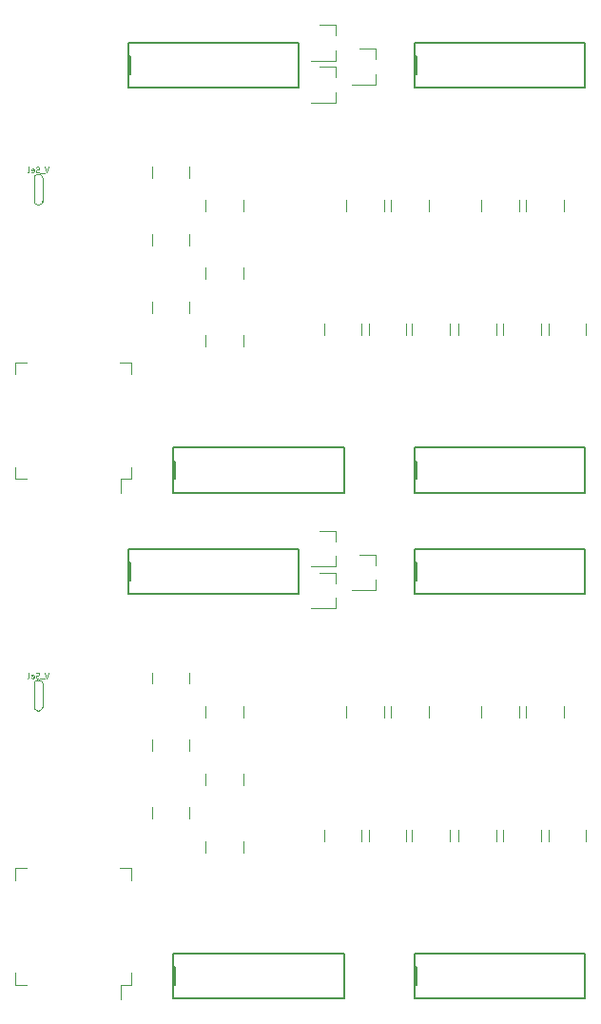
<source format=gbr>
G04 #@! TF.GenerationSoftware,KiCad,Pcbnew,(5.99.0-3349-gc9824bbd9)*
G04 #@! TF.CreationDate,2020-09-22T10:36:58-07:00*
G04 #@! TF.ProjectId,Alchitry_IO_Shield,416c6368-6974-4727-995f-494f5f536869,rev?*
G04 #@! TF.SameCoordinates,Original*
G04 #@! TF.FileFunction,Legend,Bot*
G04 #@! TF.FilePolarity,Positive*
%FSLAX46Y46*%
G04 Gerber Fmt 4.6, Leading zero omitted, Abs format (unit mm)*
G04 Created by KiCad (PCBNEW (5.99.0-3349-gc9824bbd9)) date 2020-09-22 10:36:58*
%MOMM*%
%LPD*%
G01*
G04 APERTURE LIST*
%ADD10C,0.100000*%
%ADD11C,0.120000*%
%ADD12C,0.127000*%
G04 APERTURE END LIST*
D10*
X23840476Y-70526190D02*
X23673809Y-71026190D01*
X23507142Y-70526190D01*
X23459523Y-71073809D02*
X23078571Y-71073809D01*
X22983333Y-71002380D02*
X22911904Y-71026190D01*
X22792857Y-71026190D01*
X22745238Y-71002380D01*
X22721428Y-70978571D01*
X22697619Y-70930952D01*
X22697619Y-70883333D01*
X22721428Y-70835714D01*
X22745238Y-70811904D01*
X22792857Y-70788095D01*
X22888095Y-70764285D01*
X22935714Y-70740476D01*
X22959523Y-70716666D01*
X22983333Y-70669047D01*
X22983333Y-70621428D01*
X22959523Y-70573809D01*
X22935714Y-70550000D01*
X22888095Y-70526190D01*
X22769047Y-70526190D01*
X22697619Y-70550000D01*
X22292857Y-71002380D02*
X22340476Y-71026190D01*
X22435714Y-71026190D01*
X22483333Y-71002380D01*
X22507142Y-70954761D01*
X22507142Y-70764285D01*
X22483333Y-70716666D01*
X22435714Y-70692857D01*
X22340476Y-70692857D01*
X22292857Y-70716666D01*
X22269047Y-70764285D01*
X22269047Y-70811904D01*
X22507142Y-70859523D01*
X21983333Y-71026190D02*
X22030952Y-71002380D01*
X22054761Y-70954761D01*
X22054761Y-70526190D01*
X23840476Y-25526190D02*
X23673809Y-26026190D01*
X23507142Y-25526190D01*
X23459523Y-26073809D02*
X23078571Y-26073809D01*
X22983333Y-26002380D02*
X22911904Y-26026190D01*
X22792857Y-26026190D01*
X22745238Y-26002380D01*
X22721428Y-25978571D01*
X22697619Y-25930952D01*
X22697619Y-25883333D01*
X22721428Y-25835714D01*
X22745238Y-25811904D01*
X22792857Y-25788095D01*
X22888095Y-25764285D01*
X22935714Y-25740476D01*
X22959523Y-25716666D01*
X22983333Y-25669047D01*
X22983333Y-25621428D01*
X22959523Y-25573809D01*
X22935714Y-25550000D01*
X22888095Y-25526190D01*
X22769047Y-25526190D01*
X22697619Y-25550000D01*
X22292857Y-26002380D02*
X22340476Y-26026190D01*
X22435714Y-26026190D01*
X22483333Y-26002380D01*
X22507142Y-25954761D01*
X22507142Y-25764285D01*
X22483333Y-25716666D01*
X22435714Y-25692857D01*
X22340476Y-25692857D01*
X22292857Y-25716666D01*
X22269047Y-25764285D01*
X22269047Y-25811904D01*
X22507142Y-25859523D01*
X21983333Y-26026190D02*
X22030952Y-26002380D01*
X22054761Y-25954761D01*
X22054761Y-25526190D01*
D11*
X51680000Y-84500000D02*
X51680000Y-85500000D01*
X48320000Y-84500000D02*
X48320000Y-85500000D01*
X52320000Y-84500000D02*
X52320000Y-85500000D01*
X55680000Y-84500000D02*
X55680000Y-85500000D01*
X56170000Y-84500000D02*
X56170000Y-85500000D01*
X59530000Y-84500000D02*
X59530000Y-85500000D01*
X64320000Y-84500000D02*
X64320000Y-85500000D01*
X67680000Y-84500000D02*
X67680000Y-85500000D01*
X60320000Y-84500000D02*
X60320000Y-85500000D01*
X63680000Y-84500000D02*
X63680000Y-85500000D01*
X71680000Y-84500000D02*
X71680000Y-85500000D01*
X68320000Y-84500000D02*
X68320000Y-85500000D01*
X49360000Y-64780000D02*
X49360000Y-63850000D01*
X49360000Y-64780000D02*
X47200000Y-64780000D01*
X49360000Y-61620000D02*
X47900000Y-61620000D01*
X49360000Y-61620000D02*
X49360000Y-62550000D01*
X52960000Y-63180000D02*
X50800000Y-63180000D01*
X52960000Y-63180000D02*
X52960000Y-62250000D01*
X52960000Y-60020000D02*
X51500000Y-60020000D01*
X52960000Y-60020000D02*
X52960000Y-60950000D01*
X49360000Y-57920000D02*
X49360000Y-58850000D01*
X49360000Y-61080000D02*
X47200000Y-61080000D01*
X49360000Y-57920000D02*
X47900000Y-57920000D01*
X49360000Y-61080000D02*
X49360000Y-60150000D01*
X62320000Y-73500000D02*
X62320000Y-74500000D01*
X65680000Y-73500000D02*
X65680000Y-74500000D01*
X41180000Y-79500000D02*
X41180000Y-80500000D01*
X37820000Y-79500000D02*
X37820000Y-80500000D01*
X33020000Y-82500000D02*
X33020000Y-83500000D01*
X36380000Y-82500000D02*
X36380000Y-83500000D01*
X20825000Y-87925000D02*
X20825000Y-88975000D01*
X31175000Y-87925000D02*
X30125000Y-87925000D01*
X20825000Y-98275000D02*
X20825000Y-97225000D01*
X31175000Y-98275000D02*
X30225000Y-98275000D01*
X30225000Y-98275000D02*
X30225000Y-99550000D01*
X31175000Y-98275000D02*
X31175000Y-97225000D01*
X20825000Y-87925000D02*
X21875000Y-87925000D01*
X20825000Y-98275000D02*
X21875000Y-98275000D01*
X31175000Y-87925000D02*
X31175000Y-88975000D01*
X53680000Y-73500000D02*
X53680000Y-74500000D01*
X50320000Y-73500000D02*
X50320000Y-74500000D01*
X23288677Y-73600000D02*
X23288677Y-71500000D01*
X22800000Y-71200000D02*
X23000000Y-71200000D01*
X22537287Y-71500000D02*
X22537287Y-73600000D01*
X22800000Y-73900000D02*
X23000000Y-73900000D01*
X23288677Y-71495777D02*
G75*
G03*
X22988677Y-71195777I-300000J0D01*
G01*
X22535865Y-73598550D02*
G75*
G03*
X22835865Y-73898550I300000J0D01*
G01*
X22988677Y-73900315D02*
G75*
G03*
X23288677Y-73600315I0J300000D01*
G01*
X22835865Y-71194012D02*
G75*
G03*
X22535865Y-71494012I0J-300000D01*
G01*
X37820000Y-85500000D02*
X37820000Y-86500000D01*
X41180000Y-85500000D02*
X41180000Y-86500000D01*
X33020000Y-70500000D02*
X33020000Y-71500000D01*
X36380000Y-70500000D02*
X36380000Y-71500000D01*
X33020000Y-76500000D02*
X33020000Y-77500000D01*
X36380000Y-76500000D02*
X36380000Y-77500000D01*
X37820000Y-73500000D02*
X37820000Y-74500000D01*
X41180000Y-73500000D02*
X41180000Y-74500000D01*
X54320000Y-73500000D02*
X54320000Y-74500000D01*
X57680000Y-73500000D02*
X57680000Y-74500000D01*
X69680000Y-73500000D02*
X69680000Y-74500000D01*
X66320000Y-73500000D02*
X66320000Y-74500000D01*
D12*
X71600000Y-95500000D02*
X56400000Y-95500000D01*
X56600000Y-96700000D02*
X56600000Y-98300000D01*
X35100000Y-98300000D02*
X34900000Y-98300000D01*
X34900000Y-96700000D02*
X34900000Y-98300000D01*
X30900000Y-62300000D02*
X30900000Y-63500000D01*
X56400000Y-59500000D02*
X56400000Y-60700000D01*
X56400000Y-98300000D02*
X56400000Y-99500000D01*
X56400000Y-95500000D02*
X56400000Y-96700000D01*
X56400000Y-63500000D02*
X71600000Y-63500000D01*
X31100000Y-60700000D02*
X31100000Y-62300000D01*
X50100000Y-95500000D02*
X34900000Y-95500000D01*
X31100000Y-62300000D02*
X30900000Y-62300000D01*
X56400000Y-96700000D02*
X56600000Y-96700000D01*
X71600000Y-59500000D02*
X56400000Y-59500000D01*
X34900000Y-98300000D02*
X34900000Y-99500000D01*
X56400000Y-96700000D02*
X56400000Y-98300000D01*
X56600000Y-60700000D02*
X56600000Y-62300000D01*
X34900000Y-96700000D02*
X35100000Y-96700000D01*
X56600000Y-62300000D02*
X56400000Y-62300000D01*
X35100000Y-96700000D02*
X35100000Y-98300000D01*
X71600000Y-63500000D02*
X71600000Y-59500000D01*
X56400000Y-99500000D02*
X71600000Y-99500000D01*
X30900000Y-59500000D02*
X30900000Y-60700000D01*
X30900000Y-63500000D02*
X46100000Y-63500000D01*
X46100000Y-59500000D02*
X30900000Y-59500000D01*
X34900000Y-95500000D02*
X34900000Y-96700000D01*
X50100000Y-99500000D02*
X50100000Y-95500000D01*
X56600000Y-98300000D02*
X56400000Y-98300000D01*
X46100000Y-63500000D02*
X46100000Y-59500000D01*
X71600000Y-99500000D02*
X71600000Y-95500000D01*
X56400000Y-62300000D02*
X56400000Y-63500000D01*
X34900000Y-99500000D02*
X50100000Y-99500000D01*
X56400000Y-60700000D02*
X56600000Y-60700000D01*
X30900000Y-60700000D02*
X31100000Y-60700000D01*
X30900000Y-60700000D02*
X30900000Y-62300000D01*
X56400000Y-60700000D02*
X56400000Y-62300000D01*
X71600000Y-50500000D02*
X56400000Y-50500000D01*
X56600000Y-51700000D02*
X56600000Y-53300000D01*
X35100000Y-53300000D02*
X34900000Y-53300000D01*
X34900000Y-51700000D02*
X34900000Y-53300000D01*
X30900000Y-17300000D02*
X30900000Y-18500000D01*
X56400000Y-14500000D02*
X56400000Y-15700000D01*
X56400000Y-53300000D02*
X56400000Y-54500000D01*
X56400000Y-50500000D02*
X56400000Y-51700000D01*
X56400000Y-18500000D02*
X71600000Y-18500000D01*
X31100000Y-15700000D02*
X31100000Y-17300000D01*
X50100000Y-50500000D02*
X34900000Y-50500000D01*
X31100000Y-17300000D02*
X30900000Y-17300000D01*
X56400000Y-51700000D02*
X56600000Y-51700000D01*
X71600000Y-14500000D02*
X56400000Y-14500000D01*
X34900000Y-53300000D02*
X34900000Y-54500000D01*
X56400000Y-51700000D02*
X56400000Y-53300000D01*
X56600000Y-15700000D02*
X56600000Y-17300000D01*
X34900000Y-51700000D02*
X35100000Y-51700000D01*
X56600000Y-17300000D02*
X56400000Y-17300000D01*
X35100000Y-51700000D02*
X35100000Y-53300000D01*
X71600000Y-18500000D02*
X71600000Y-14500000D01*
X56400000Y-54500000D02*
X71600000Y-54500000D01*
X30900000Y-14500000D02*
X30900000Y-15700000D01*
X30900000Y-18500000D02*
X46100000Y-18500000D01*
X46100000Y-14500000D02*
X30900000Y-14500000D01*
X34900000Y-50500000D02*
X34900000Y-51700000D01*
X50100000Y-54500000D02*
X50100000Y-50500000D01*
X56600000Y-53300000D02*
X56400000Y-53300000D01*
X46100000Y-18500000D02*
X46100000Y-14500000D01*
X71600000Y-54500000D02*
X71600000Y-50500000D01*
X56400000Y-17300000D02*
X56400000Y-18500000D01*
X34900000Y-54500000D02*
X50100000Y-54500000D01*
X56400000Y-15700000D02*
X56600000Y-15700000D01*
X30900000Y-15700000D02*
X31100000Y-15700000D01*
X30900000Y-15700000D02*
X30900000Y-17300000D01*
X56400000Y-15700000D02*
X56400000Y-17300000D01*
D11*
X69680000Y-28500000D02*
X69680000Y-29500000D01*
X66320000Y-28500000D02*
X66320000Y-29500000D01*
X62320000Y-28500000D02*
X62320000Y-29500000D01*
X65680000Y-28500000D02*
X65680000Y-29500000D01*
X54320000Y-28500000D02*
X54320000Y-29500000D01*
X57680000Y-28500000D02*
X57680000Y-29500000D01*
X53680000Y-28500000D02*
X53680000Y-29500000D01*
X50320000Y-28500000D02*
X50320000Y-29500000D01*
X20825000Y-42925000D02*
X20825000Y-43975000D01*
X31175000Y-42925000D02*
X30125000Y-42925000D01*
X20825000Y-53275000D02*
X20825000Y-52225000D01*
X31175000Y-53275000D02*
X30225000Y-53275000D01*
X30225000Y-53275000D02*
X30225000Y-54550000D01*
X31175000Y-53275000D02*
X31175000Y-52225000D01*
X20825000Y-42925000D02*
X21875000Y-42925000D01*
X20825000Y-53275000D02*
X21875000Y-53275000D01*
X31175000Y-42925000D02*
X31175000Y-43975000D01*
X33020000Y-37500000D02*
X33020000Y-38500000D01*
X36380000Y-37500000D02*
X36380000Y-38500000D01*
X41180000Y-34500000D02*
X41180000Y-35500000D01*
X37820000Y-34500000D02*
X37820000Y-35500000D01*
X37820000Y-28500000D02*
X37820000Y-29500000D01*
X41180000Y-28500000D02*
X41180000Y-29500000D01*
X33020000Y-31500000D02*
X33020000Y-32500000D01*
X36380000Y-31500000D02*
X36380000Y-32500000D01*
X33020000Y-25500000D02*
X33020000Y-26500000D01*
X36380000Y-25500000D02*
X36380000Y-26500000D01*
X37820000Y-40500000D02*
X37820000Y-41500000D01*
X41180000Y-40500000D02*
X41180000Y-41500000D01*
X23288677Y-28600000D02*
X23288677Y-26500000D01*
X22800000Y-26200000D02*
X23000000Y-26200000D01*
X22537287Y-26500000D02*
X22537287Y-28600000D01*
X22800000Y-28900000D02*
X23000000Y-28900000D01*
X23288677Y-26495777D02*
G75*
G03*
X22988677Y-26195777I-300000J0D01*
G01*
X22535865Y-28598550D02*
G75*
G03*
X22835865Y-28898550I300000J0D01*
G01*
X22988677Y-28900315D02*
G75*
G03*
X23288677Y-28600315I0J300000D01*
G01*
X22835865Y-26194012D02*
G75*
G03*
X22535865Y-26494012I0J-300000D01*
G01*
X49360000Y-12920000D02*
X49360000Y-13850000D01*
X49360000Y-16080000D02*
X47200000Y-16080000D01*
X49360000Y-12920000D02*
X47900000Y-12920000D01*
X49360000Y-16080000D02*
X49360000Y-15150000D01*
X52960000Y-18180000D02*
X50800000Y-18180000D01*
X52960000Y-18180000D02*
X52960000Y-17250000D01*
X52960000Y-15020000D02*
X51500000Y-15020000D01*
X52960000Y-15020000D02*
X52960000Y-15950000D01*
X49360000Y-19780000D02*
X49360000Y-18850000D01*
X49360000Y-19780000D02*
X47200000Y-19780000D01*
X49360000Y-16620000D02*
X47900000Y-16620000D01*
X49360000Y-16620000D02*
X49360000Y-17550000D01*
X71680000Y-39500000D02*
X71680000Y-40500000D01*
X68320000Y-39500000D02*
X68320000Y-40500000D01*
X60320000Y-39500000D02*
X60320000Y-40500000D01*
X63680000Y-39500000D02*
X63680000Y-40500000D01*
X64320000Y-39500000D02*
X64320000Y-40500000D01*
X67680000Y-39500000D02*
X67680000Y-40500000D01*
X56170000Y-39500000D02*
X56170000Y-40500000D01*
X59530000Y-39500000D02*
X59530000Y-40500000D01*
X52320000Y-39500000D02*
X52320000Y-40500000D01*
X55680000Y-39500000D02*
X55680000Y-40500000D01*
X51680000Y-39500000D02*
X51680000Y-40500000D01*
X48320000Y-39500000D02*
X48320000Y-40500000D01*
M02*

</source>
